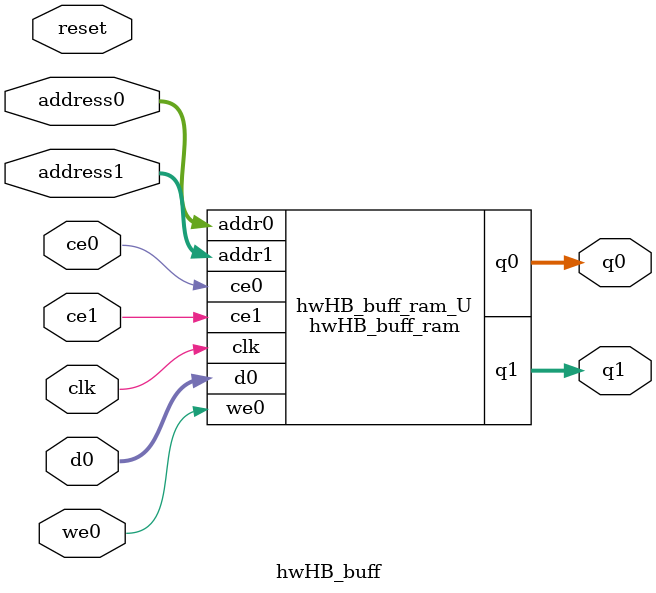
<source format=v>

`timescale 1 ns / 1 ps
module hwHB_buff_ram (addr0, ce0, d0, we0, q0, addr1, ce1, q1,  clk);

parameter DWIDTH = 32;
parameter AWIDTH = 3;
parameter MEM_SIZE = 5;

input[AWIDTH-1:0] addr0;
input ce0;
input[DWIDTH-1:0] d0;
input we0;
output reg[DWIDTH-1:0] q0;
input[AWIDTH-1:0] addr1;
input ce1;
output reg[DWIDTH-1:0] q1;
input clk;

(* ram_style = "block" *)reg [DWIDTH-1:0] ram[MEM_SIZE-1:0];




always @(posedge clk)  
begin 
    if (ce0) 
    begin
        if (we0) 
        begin 
            ram[addr0] <= d0; 
            q0 <= d0;
        end 
        else 
            q0 <= ram[addr0];
    end
end


always @(posedge clk)  
begin 
    if (ce1) 
    begin
            q1 <= ram[addr1];
    end
end


endmodule


`timescale 1 ns / 1 ps
module hwHB_buff(
    reset,
    clk,
    address0,
    ce0,
    we0,
    d0,
    q0,
    address1,
    ce1,
    q1);

parameter DataWidth = 32'd32;
parameter AddressRange = 32'd5;
parameter AddressWidth = 32'd3;
input reset;
input clk;
input[AddressWidth - 1:0] address0;
input ce0;
input we0;
input[DataWidth - 1:0] d0;
output[DataWidth - 1:0] q0;
input[AddressWidth - 1:0] address1;
input ce1;
output[DataWidth - 1:0] q1;




hwHB_buff_ram hwHB_buff_ram_U(
    .clk( clk ),
    .addr0( address0 ),
    .ce0( ce0 ),
    .d0( d0 ),
    .we0( we0 ),
    .q0( q0 ),
    .addr1( address1 ),
    .ce1( ce1 ),
    .q1( q1 ));

endmodule


</source>
